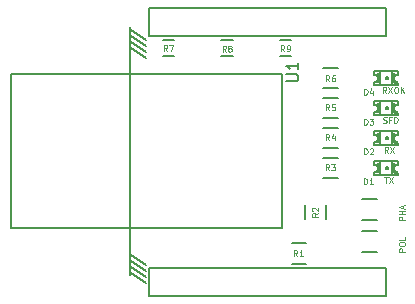
<source format=gbr>
G04 #@! TF.FileFunction,Legend,Top*
%FSLAX46Y46*%
G04 Gerber Fmt 4.6, Leading zero omitted, Abs format (unit mm)*
G04 Created by KiCad (PCBNEW (after 2015-may-25 BZR unknown)-product) date Thu 04 Jun 2015 12:18:02 PM PDT*
%MOMM*%
G01*
G04 APERTURE LIST*
%ADD10C,0.100000*%
%ADD11C,0.150000*%
G04 APERTURE END LIST*
D10*
X159512048Y-101580190D02*
X159797762Y-101580190D01*
X159654905Y-102080190D02*
X159654905Y-101580190D01*
X159916810Y-101580190D02*
X160250143Y-102080190D01*
X160250143Y-101580190D02*
X159916810Y-102080190D01*
X161262190Y-107910238D02*
X160762190Y-107910238D01*
X160762190Y-107719762D01*
X160786000Y-107672143D01*
X160809810Y-107648334D01*
X160857429Y-107624524D01*
X160928857Y-107624524D01*
X160976476Y-107648334D01*
X161000286Y-107672143D01*
X161024095Y-107719762D01*
X161024095Y-107910238D01*
X160762190Y-107315000D02*
X160762190Y-107219762D01*
X160786000Y-107172143D01*
X160833619Y-107124524D01*
X160928857Y-107100715D01*
X161095524Y-107100715D01*
X161190762Y-107124524D01*
X161238381Y-107172143D01*
X161262190Y-107219762D01*
X161262190Y-107315000D01*
X161238381Y-107362619D01*
X161190762Y-107410238D01*
X161095524Y-107434048D01*
X160928857Y-107434048D01*
X160833619Y-107410238D01*
X160786000Y-107362619D01*
X160762190Y-107315000D01*
X161262190Y-106648333D02*
X161262190Y-106886428D01*
X160762190Y-106886428D01*
X161262190Y-105255142D02*
X160762190Y-105255142D01*
X160762190Y-105064666D01*
X160786000Y-105017047D01*
X160809810Y-104993238D01*
X160857429Y-104969428D01*
X160928857Y-104969428D01*
X160976476Y-104993238D01*
X161000286Y-105017047D01*
X161024095Y-105064666D01*
X161024095Y-105255142D01*
X161262190Y-104755142D02*
X160762190Y-104755142D01*
X161000286Y-104755142D02*
X161000286Y-104469428D01*
X161262190Y-104469428D02*
X160762190Y-104469428D01*
X161119333Y-104255142D02*
X161119333Y-104017047D01*
X161262190Y-104302761D02*
X160762190Y-104136094D01*
X161262190Y-103969428D01*
X159678762Y-94460190D02*
X159512095Y-94222095D01*
X159393048Y-94460190D02*
X159393048Y-93960190D01*
X159583524Y-93960190D01*
X159631143Y-93984000D01*
X159654952Y-94007810D01*
X159678762Y-94055429D01*
X159678762Y-94126857D01*
X159654952Y-94174476D01*
X159631143Y-94198286D01*
X159583524Y-94222095D01*
X159393048Y-94222095D01*
X159845429Y-93960190D02*
X160178762Y-94460190D01*
X160178762Y-93960190D02*
X159845429Y-94460190D01*
X160464476Y-93960190D02*
X160559714Y-93960190D01*
X160607333Y-93984000D01*
X160654952Y-94031619D01*
X160678761Y-94126857D01*
X160678761Y-94293524D01*
X160654952Y-94388762D01*
X160607333Y-94436381D01*
X160559714Y-94460190D01*
X160464476Y-94460190D01*
X160416857Y-94436381D01*
X160369238Y-94388762D01*
X160345428Y-94293524D01*
X160345428Y-94126857D01*
X160369238Y-94031619D01*
X160416857Y-93984000D01*
X160464476Y-93960190D01*
X160893048Y-94460190D02*
X160893048Y-93960190D01*
X161178762Y-94460190D02*
X160964476Y-94174476D01*
X161178762Y-93960190D02*
X160893048Y-94245905D01*
X159412858Y-96976381D02*
X159484287Y-97000190D01*
X159603334Y-97000190D01*
X159650953Y-96976381D01*
X159674763Y-96952571D01*
X159698572Y-96904952D01*
X159698572Y-96857333D01*
X159674763Y-96809714D01*
X159650953Y-96785905D01*
X159603334Y-96762095D01*
X159508096Y-96738286D01*
X159460477Y-96714476D01*
X159436668Y-96690667D01*
X159412858Y-96643048D01*
X159412858Y-96595429D01*
X159436668Y-96547810D01*
X159460477Y-96524000D01*
X159508096Y-96500190D01*
X159627144Y-96500190D01*
X159698572Y-96524000D01*
X160079524Y-96738286D02*
X159912858Y-96738286D01*
X159912858Y-97000190D02*
X159912858Y-96500190D01*
X160150953Y-96500190D01*
X160341429Y-97000190D02*
X160341429Y-96500190D01*
X160460476Y-96500190D01*
X160531905Y-96524000D01*
X160579524Y-96571619D01*
X160603333Y-96619238D01*
X160627143Y-96714476D01*
X160627143Y-96785905D01*
X160603333Y-96881143D01*
X160579524Y-96928762D01*
X160531905Y-96976381D01*
X160460476Y-97000190D01*
X160341429Y-97000190D01*
X159809667Y-99540190D02*
X159643000Y-99302095D01*
X159523953Y-99540190D02*
X159523953Y-99040190D01*
X159714429Y-99040190D01*
X159762048Y-99064000D01*
X159785857Y-99087810D01*
X159809667Y-99135429D01*
X159809667Y-99206857D01*
X159785857Y-99254476D01*
X159762048Y-99278286D01*
X159714429Y-99302095D01*
X159523953Y-99302095D01*
X159976334Y-99040190D02*
X160309667Y-99540190D01*
X160309667Y-99040190D02*
X159976334Y-99540190D01*
D11*
X160136840Y-100538280D02*
X160136840Y-100213160D01*
X160136840Y-100213160D02*
X160637220Y-100213160D01*
X160637220Y-100538280D02*
X160637220Y-100213160D01*
X160136840Y-100538280D02*
X160637220Y-100538280D01*
X160136840Y-101160580D02*
X160136840Y-101010720D01*
X160136840Y-101010720D02*
X160388300Y-101010720D01*
X160388300Y-101160580D02*
X160388300Y-101010720D01*
X160136840Y-101160580D02*
X160388300Y-101160580D01*
X160136840Y-100665280D02*
X160136840Y-100515420D01*
X160136840Y-100515420D02*
X160388300Y-100515420D01*
X160388300Y-100665280D02*
X160388300Y-100515420D01*
X160136840Y-100665280D02*
X160388300Y-100665280D01*
X160136840Y-101036120D02*
X160136840Y-100639880D01*
X160136840Y-100639880D02*
X160312100Y-100639880D01*
X160312100Y-101036120D02*
X160312100Y-100639880D01*
X160136840Y-101036120D02*
X160312100Y-101036120D01*
X158640780Y-100538280D02*
X158640780Y-100213160D01*
X158640780Y-100213160D02*
X159141160Y-100213160D01*
X159141160Y-100538280D02*
X159141160Y-100213160D01*
X158640780Y-100538280D02*
X159141160Y-100538280D01*
X158640780Y-101462840D02*
X158640780Y-101137720D01*
X158640780Y-101137720D02*
X159141160Y-101137720D01*
X159141160Y-101462840D02*
X159141160Y-101137720D01*
X158640780Y-101462840D02*
X159141160Y-101462840D01*
X158889700Y-100665280D02*
X158889700Y-100515420D01*
X158889700Y-100515420D02*
X159141160Y-100515420D01*
X159141160Y-100665280D02*
X159141160Y-100515420D01*
X158889700Y-100665280D02*
X159141160Y-100665280D01*
X158889700Y-101160580D02*
X158889700Y-101010720D01*
X158889700Y-101010720D02*
X159141160Y-101010720D01*
X159141160Y-101160580D02*
X159141160Y-101010720D01*
X158889700Y-101160580D02*
X159141160Y-101160580D01*
X158965900Y-101036120D02*
X158965900Y-100639880D01*
X158965900Y-100639880D02*
X159141160Y-100639880D01*
X159141160Y-101036120D02*
X159141160Y-100639880D01*
X158965900Y-101036120D02*
X159141160Y-101036120D01*
X159639000Y-100937060D02*
X159639000Y-100738940D01*
X159639000Y-100738940D02*
X159837120Y-100738940D01*
X159837120Y-100937060D02*
X159837120Y-100738940D01*
X159639000Y-100937060D02*
X159837120Y-100937060D01*
X160136840Y-101437440D02*
X160136840Y-101137720D01*
X160136840Y-101137720D02*
X160436560Y-101137720D01*
X160436560Y-101437440D02*
X160436560Y-101137720D01*
X160136840Y-101437440D02*
X160436560Y-101437440D01*
X160563560Y-101462840D02*
X160563560Y-101236780D01*
X160563560Y-101236780D02*
X160637220Y-101236780D01*
X160637220Y-101462840D02*
X160637220Y-101236780D01*
X160563560Y-101462840D02*
X160637220Y-101462840D01*
X160162240Y-100263960D02*
X159115760Y-100263960D01*
X159141160Y-101412040D02*
X160563560Y-101412040D01*
X160559202Y-101287580D02*
G75*
G03X160559202Y-101287580I-71842J0D01*
G01*
X160637220Y-101185980D02*
G75*
G02X160637220Y-100490020I0J347980D01*
G01*
X158640780Y-100490020D02*
G75*
G02X158640780Y-101185980I0J-347980D01*
G01*
X160136840Y-97998280D02*
X160136840Y-97673160D01*
X160136840Y-97673160D02*
X160637220Y-97673160D01*
X160637220Y-97998280D02*
X160637220Y-97673160D01*
X160136840Y-97998280D02*
X160637220Y-97998280D01*
X160136840Y-98620580D02*
X160136840Y-98470720D01*
X160136840Y-98470720D02*
X160388300Y-98470720D01*
X160388300Y-98620580D02*
X160388300Y-98470720D01*
X160136840Y-98620580D02*
X160388300Y-98620580D01*
X160136840Y-98125280D02*
X160136840Y-97975420D01*
X160136840Y-97975420D02*
X160388300Y-97975420D01*
X160388300Y-98125280D02*
X160388300Y-97975420D01*
X160136840Y-98125280D02*
X160388300Y-98125280D01*
X160136840Y-98496120D02*
X160136840Y-98099880D01*
X160136840Y-98099880D02*
X160312100Y-98099880D01*
X160312100Y-98496120D02*
X160312100Y-98099880D01*
X160136840Y-98496120D02*
X160312100Y-98496120D01*
X158640780Y-97998280D02*
X158640780Y-97673160D01*
X158640780Y-97673160D02*
X159141160Y-97673160D01*
X159141160Y-97998280D02*
X159141160Y-97673160D01*
X158640780Y-97998280D02*
X159141160Y-97998280D01*
X158640780Y-98922840D02*
X158640780Y-98597720D01*
X158640780Y-98597720D02*
X159141160Y-98597720D01*
X159141160Y-98922840D02*
X159141160Y-98597720D01*
X158640780Y-98922840D02*
X159141160Y-98922840D01*
X158889700Y-98125280D02*
X158889700Y-97975420D01*
X158889700Y-97975420D02*
X159141160Y-97975420D01*
X159141160Y-98125280D02*
X159141160Y-97975420D01*
X158889700Y-98125280D02*
X159141160Y-98125280D01*
X158889700Y-98620580D02*
X158889700Y-98470720D01*
X158889700Y-98470720D02*
X159141160Y-98470720D01*
X159141160Y-98620580D02*
X159141160Y-98470720D01*
X158889700Y-98620580D02*
X159141160Y-98620580D01*
X158965900Y-98496120D02*
X158965900Y-98099880D01*
X158965900Y-98099880D02*
X159141160Y-98099880D01*
X159141160Y-98496120D02*
X159141160Y-98099880D01*
X158965900Y-98496120D02*
X159141160Y-98496120D01*
X159639000Y-98397060D02*
X159639000Y-98198940D01*
X159639000Y-98198940D02*
X159837120Y-98198940D01*
X159837120Y-98397060D02*
X159837120Y-98198940D01*
X159639000Y-98397060D02*
X159837120Y-98397060D01*
X160136840Y-98897440D02*
X160136840Y-98597720D01*
X160136840Y-98597720D02*
X160436560Y-98597720D01*
X160436560Y-98897440D02*
X160436560Y-98597720D01*
X160136840Y-98897440D02*
X160436560Y-98897440D01*
X160563560Y-98922840D02*
X160563560Y-98696780D01*
X160563560Y-98696780D02*
X160637220Y-98696780D01*
X160637220Y-98922840D02*
X160637220Y-98696780D01*
X160563560Y-98922840D02*
X160637220Y-98922840D01*
X160162240Y-97723960D02*
X159115760Y-97723960D01*
X159141160Y-98872040D02*
X160563560Y-98872040D01*
X160559202Y-98747580D02*
G75*
G03X160559202Y-98747580I-71842J0D01*
G01*
X160637220Y-98645980D02*
G75*
G02X160637220Y-97950020I0J347980D01*
G01*
X158640780Y-97950020D02*
G75*
G02X158640780Y-98645980I0J-347980D01*
G01*
X160136840Y-95458280D02*
X160136840Y-95133160D01*
X160136840Y-95133160D02*
X160637220Y-95133160D01*
X160637220Y-95458280D02*
X160637220Y-95133160D01*
X160136840Y-95458280D02*
X160637220Y-95458280D01*
X160136840Y-96080580D02*
X160136840Y-95930720D01*
X160136840Y-95930720D02*
X160388300Y-95930720D01*
X160388300Y-96080580D02*
X160388300Y-95930720D01*
X160136840Y-96080580D02*
X160388300Y-96080580D01*
X160136840Y-95585280D02*
X160136840Y-95435420D01*
X160136840Y-95435420D02*
X160388300Y-95435420D01*
X160388300Y-95585280D02*
X160388300Y-95435420D01*
X160136840Y-95585280D02*
X160388300Y-95585280D01*
X160136840Y-95956120D02*
X160136840Y-95559880D01*
X160136840Y-95559880D02*
X160312100Y-95559880D01*
X160312100Y-95956120D02*
X160312100Y-95559880D01*
X160136840Y-95956120D02*
X160312100Y-95956120D01*
X158640780Y-95458280D02*
X158640780Y-95133160D01*
X158640780Y-95133160D02*
X159141160Y-95133160D01*
X159141160Y-95458280D02*
X159141160Y-95133160D01*
X158640780Y-95458280D02*
X159141160Y-95458280D01*
X158640780Y-96382840D02*
X158640780Y-96057720D01*
X158640780Y-96057720D02*
X159141160Y-96057720D01*
X159141160Y-96382840D02*
X159141160Y-96057720D01*
X158640780Y-96382840D02*
X159141160Y-96382840D01*
X158889700Y-95585280D02*
X158889700Y-95435420D01*
X158889700Y-95435420D02*
X159141160Y-95435420D01*
X159141160Y-95585280D02*
X159141160Y-95435420D01*
X158889700Y-95585280D02*
X159141160Y-95585280D01*
X158889700Y-96080580D02*
X158889700Y-95930720D01*
X158889700Y-95930720D02*
X159141160Y-95930720D01*
X159141160Y-96080580D02*
X159141160Y-95930720D01*
X158889700Y-96080580D02*
X159141160Y-96080580D01*
X158965900Y-95956120D02*
X158965900Y-95559880D01*
X158965900Y-95559880D02*
X159141160Y-95559880D01*
X159141160Y-95956120D02*
X159141160Y-95559880D01*
X158965900Y-95956120D02*
X159141160Y-95956120D01*
X159639000Y-95857060D02*
X159639000Y-95658940D01*
X159639000Y-95658940D02*
X159837120Y-95658940D01*
X159837120Y-95857060D02*
X159837120Y-95658940D01*
X159639000Y-95857060D02*
X159837120Y-95857060D01*
X160136840Y-96357440D02*
X160136840Y-96057720D01*
X160136840Y-96057720D02*
X160436560Y-96057720D01*
X160436560Y-96357440D02*
X160436560Y-96057720D01*
X160136840Y-96357440D02*
X160436560Y-96357440D01*
X160563560Y-96382840D02*
X160563560Y-96156780D01*
X160563560Y-96156780D02*
X160637220Y-96156780D01*
X160637220Y-96382840D02*
X160637220Y-96156780D01*
X160563560Y-96382840D02*
X160637220Y-96382840D01*
X160162240Y-95183960D02*
X159115760Y-95183960D01*
X159141160Y-96332040D02*
X160563560Y-96332040D01*
X160559202Y-96207580D02*
G75*
G03X160559202Y-96207580I-71842J0D01*
G01*
X160637220Y-96105980D02*
G75*
G02X160637220Y-95410020I0J347980D01*
G01*
X158640780Y-95410020D02*
G75*
G02X158640780Y-96105980I0J-347980D01*
G01*
X160136840Y-92918280D02*
X160136840Y-92593160D01*
X160136840Y-92593160D02*
X160637220Y-92593160D01*
X160637220Y-92918280D02*
X160637220Y-92593160D01*
X160136840Y-92918280D02*
X160637220Y-92918280D01*
X160136840Y-93540580D02*
X160136840Y-93390720D01*
X160136840Y-93390720D02*
X160388300Y-93390720D01*
X160388300Y-93540580D02*
X160388300Y-93390720D01*
X160136840Y-93540580D02*
X160388300Y-93540580D01*
X160136840Y-93045280D02*
X160136840Y-92895420D01*
X160136840Y-92895420D02*
X160388300Y-92895420D01*
X160388300Y-93045280D02*
X160388300Y-92895420D01*
X160136840Y-93045280D02*
X160388300Y-93045280D01*
X160136840Y-93416120D02*
X160136840Y-93019880D01*
X160136840Y-93019880D02*
X160312100Y-93019880D01*
X160312100Y-93416120D02*
X160312100Y-93019880D01*
X160136840Y-93416120D02*
X160312100Y-93416120D01*
X158640780Y-92918280D02*
X158640780Y-92593160D01*
X158640780Y-92593160D02*
X159141160Y-92593160D01*
X159141160Y-92918280D02*
X159141160Y-92593160D01*
X158640780Y-92918280D02*
X159141160Y-92918280D01*
X158640780Y-93842840D02*
X158640780Y-93517720D01*
X158640780Y-93517720D02*
X159141160Y-93517720D01*
X159141160Y-93842840D02*
X159141160Y-93517720D01*
X158640780Y-93842840D02*
X159141160Y-93842840D01*
X158889700Y-93045280D02*
X158889700Y-92895420D01*
X158889700Y-92895420D02*
X159141160Y-92895420D01*
X159141160Y-93045280D02*
X159141160Y-92895420D01*
X158889700Y-93045280D02*
X159141160Y-93045280D01*
X158889700Y-93540580D02*
X158889700Y-93390720D01*
X158889700Y-93390720D02*
X159141160Y-93390720D01*
X159141160Y-93540580D02*
X159141160Y-93390720D01*
X158889700Y-93540580D02*
X159141160Y-93540580D01*
X158965900Y-93416120D02*
X158965900Y-93019880D01*
X158965900Y-93019880D02*
X159141160Y-93019880D01*
X159141160Y-93416120D02*
X159141160Y-93019880D01*
X158965900Y-93416120D02*
X159141160Y-93416120D01*
X159639000Y-93317060D02*
X159639000Y-93118940D01*
X159639000Y-93118940D02*
X159837120Y-93118940D01*
X159837120Y-93317060D02*
X159837120Y-93118940D01*
X159639000Y-93317060D02*
X159837120Y-93317060D01*
X160136840Y-93817440D02*
X160136840Y-93517720D01*
X160136840Y-93517720D02*
X160436560Y-93517720D01*
X160436560Y-93817440D02*
X160436560Y-93517720D01*
X160136840Y-93817440D02*
X160436560Y-93817440D01*
X160563560Y-93842840D02*
X160563560Y-93616780D01*
X160563560Y-93616780D02*
X160637220Y-93616780D01*
X160637220Y-93842840D02*
X160637220Y-93616780D01*
X160563560Y-93842840D02*
X160637220Y-93842840D01*
X160162240Y-92643960D02*
X159115760Y-92643960D01*
X159141160Y-93792040D02*
X160563560Y-93792040D01*
X160559202Y-93667580D02*
G75*
G03X160559202Y-93667580I-71842J0D01*
G01*
X160637220Y-93565980D02*
G75*
G02X160637220Y-92870020I0J347980D01*
G01*
X158640780Y-92870020D02*
G75*
G02X158640780Y-93565980I0J-347980D01*
G01*
X139609500Y-111653500D02*
X139609500Y-109253500D01*
X139609500Y-111653500D02*
X159609500Y-111653500D01*
X159609500Y-111653500D02*
X159609500Y-109253500D01*
X159609500Y-109253500D02*
X139609500Y-109253500D01*
X139609500Y-89653500D02*
X139609500Y-87253500D01*
X139609500Y-89653500D02*
X159609500Y-89653500D01*
X159609500Y-89653500D02*
X159609500Y-87253500D01*
X159609500Y-87253500D02*
X139609500Y-87253500D01*
X151673000Y-107202000D02*
X152873000Y-107202000D01*
X152873000Y-108952000D02*
X151673000Y-108952000D01*
X152795000Y-105121000D02*
X152795000Y-103921000D01*
X154545000Y-103921000D02*
X154545000Y-105121000D01*
X154340000Y-99963000D02*
X155540000Y-99963000D01*
X155540000Y-101713000D02*
X154340000Y-101713000D01*
X154340000Y-97423000D02*
X155540000Y-97423000D01*
X155540000Y-99173000D02*
X154340000Y-99173000D01*
X154340000Y-94883000D02*
X155540000Y-94883000D01*
X155540000Y-96633000D02*
X154340000Y-96633000D01*
X154340000Y-92343000D02*
X155540000Y-92343000D01*
X155540000Y-94093000D02*
X154340000Y-94093000D01*
X141724000Y-91353000D02*
X140724000Y-91353000D01*
X140724000Y-90003000D02*
X141724000Y-90003000D01*
X146677000Y-91353000D02*
X145677000Y-91353000D01*
X145677000Y-90003000D02*
X146677000Y-90003000D01*
X151630000Y-91353000D02*
X150630000Y-91353000D01*
X150630000Y-90003000D02*
X151630000Y-90003000D01*
X138049000Y-90665000D02*
X139319000Y-91554000D01*
X138049000Y-90157000D02*
X139319000Y-91046000D01*
X138049000Y-89649000D02*
X139319000Y-90538000D01*
X138049000Y-89141000D02*
X139319000Y-90030000D01*
X138049000Y-108191000D02*
X139319000Y-109080000D01*
X138049000Y-108699000D02*
X139319000Y-109588000D01*
X138049000Y-109207000D02*
X139319000Y-110096000D01*
X138049000Y-109715000D02*
X139319000Y-110604000D01*
X137951000Y-109905000D02*
X137951000Y-88905000D01*
X150876000Y-105905000D02*
X127876000Y-105905000D01*
X127876000Y-105905000D02*
X127876000Y-92905000D01*
X127876000Y-92905000D02*
X150876000Y-92905000D01*
X150876000Y-92905000D02*
X150876000Y-105905000D01*
X157642000Y-106186000D02*
X158842000Y-106186000D01*
X158842000Y-107936000D02*
X157642000Y-107936000D01*
X157642000Y-103468200D02*
X158842000Y-103468200D01*
X158842000Y-105218200D02*
X157642000Y-105218200D01*
D10*
X157771353Y-102207190D02*
X157771353Y-101707190D01*
X157890400Y-101707190D01*
X157961829Y-101731000D01*
X158009448Y-101778619D01*
X158033257Y-101826238D01*
X158057067Y-101921476D01*
X158057067Y-101992905D01*
X158033257Y-102088143D01*
X158009448Y-102135762D01*
X157961829Y-102183381D01*
X157890400Y-102207190D01*
X157771353Y-102207190D01*
X158533257Y-102207190D02*
X158247543Y-102207190D01*
X158390400Y-102207190D02*
X158390400Y-101707190D01*
X158342781Y-101778619D01*
X158295162Y-101826238D01*
X158247543Y-101850048D01*
X157796753Y-99667190D02*
X157796753Y-99167190D01*
X157915800Y-99167190D01*
X157987229Y-99191000D01*
X158034848Y-99238619D01*
X158058657Y-99286238D01*
X158082467Y-99381476D01*
X158082467Y-99452905D01*
X158058657Y-99548143D01*
X158034848Y-99595762D01*
X157987229Y-99643381D01*
X157915800Y-99667190D01*
X157796753Y-99667190D01*
X158272943Y-99214810D02*
X158296753Y-99191000D01*
X158344372Y-99167190D01*
X158463419Y-99167190D01*
X158511038Y-99191000D01*
X158534848Y-99214810D01*
X158558657Y-99262429D01*
X158558657Y-99310048D01*
X158534848Y-99381476D01*
X158249134Y-99667190D01*
X158558657Y-99667190D01*
X157796753Y-97152590D02*
X157796753Y-96652590D01*
X157915800Y-96652590D01*
X157987229Y-96676400D01*
X158034848Y-96724019D01*
X158058657Y-96771638D01*
X158082467Y-96866876D01*
X158082467Y-96938305D01*
X158058657Y-97033543D01*
X158034848Y-97081162D01*
X157987229Y-97128781D01*
X157915800Y-97152590D01*
X157796753Y-97152590D01*
X158249134Y-96652590D02*
X158558657Y-96652590D01*
X158391991Y-96843067D01*
X158463419Y-96843067D01*
X158511038Y-96866876D01*
X158534848Y-96890686D01*
X158558657Y-96938305D01*
X158558657Y-97057352D01*
X158534848Y-97104971D01*
X158511038Y-97128781D01*
X158463419Y-97152590D01*
X158320562Y-97152590D01*
X158272943Y-97128781D01*
X158249134Y-97104971D01*
X157796753Y-94612590D02*
X157796753Y-94112590D01*
X157915800Y-94112590D01*
X157987229Y-94136400D01*
X158034848Y-94184019D01*
X158058657Y-94231638D01*
X158082467Y-94326876D01*
X158082467Y-94398305D01*
X158058657Y-94493543D01*
X158034848Y-94541162D01*
X157987229Y-94588781D01*
X157915800Y-94612590D01*
X157796753Y-94612590D01*
X158511038Y-94279257D02*
X158511038Y-94612590D01*
X158391991Y-94088781D02*
X158272943Y-94445924D01*
X158582467Y-94445924D01*
X152138867Y-108303190D02*
X151972200Y-108065095D01*
X151853153Y-108303190D02*
X151853153Y-107803190D01*
X152043629Y-107803190D01*
X152091248Y-107827000D01*
X152115057Y-107850810D01*
X152138867Y-107898429D01*
X152138867Y-107969857D01*
X152115057Y-108017476D01*
X152091248Y-108041286D01*
X152043629Y-108065095D01*
X151853153Y-108065095D01*
X152615057Y-108303190D02*
X152329343Y-108303190D01*
X152472200Y-108303190D02*
X152472200Y-107803190D01*
X152424581Y-107874619D01*
X152376962Y-107922238D01*
X152329343Y-107946048D01*
X153896190Y-104655133D02*
X153658095Y-104821800D01*
X153896190Y-104940847D02*
X153396190Y-104940847D01*
X153396190Y-104750371D01*
X153420000Y-104702752D01*
X153443810Y-104678943D01*
X153491429Y-104655133D01*
X153562857Y-104655133D01*
X153610476Y-104678943D01*
X153634286Y-104702752D01*
X153658095Y-104750371D01*
X153658095Y-104940847D01*
X153443810Y-104464657D02*
X153420000Y-104440847D01*
X153396190Y-104393228D01*
X153396190Y-104274181D01*
X153420000Y-104226562D01*
X153443810Y-104202752D01*
X153491429Y-104178943D01*
X153539048Y-104178943D01*
X153610476Y-104202752D01*
X153896190Y-104488466D01*
X153896190Y-104178943D01*
X154856667Y-101013390D02*
X154690000Y-100775295D01*
X154570953Y-101013390D02*
X154570953Y-100513390D01*
X154761429Y-100513390D01*
X154809048Y-100537200D01*
X154832857Y-100561010D01*
X154856667Y-100608629D01*
X154856667Y-100680057D01*
X154832857Y-100727676D01*
X154809048Y-100751486D01*
X154761429Y-100775295D01*
X154570953Y-100775295D01*
X155023334Y-100513390D02*
X155332857Y-100513390D01*
X155166191Y-100703867D01*
X155237619Y-100703867D01*
X155285238Y-100727676D01*
X155309048Y-100751486D01*
X155332857Y-100799105D01*
X155332857Y-100918152D01*
X155309048Y-100965771D01*
X155285238Y-100989581D01*
X155237619Y-101013390D01*
X155094762Y-101013390D01*
X155047143Y-100989581D01*
X155023334Y-100965771D01*
X154856667Y-98473390D02*
X154690000Y-98235295D01*
X154570953Y-98473390D02*
X154570953Y-97973390D01*
X154761429Y-97973390D01*
X154809048Y-97997200D01*
X154832857Y-98021010D01*
X154856667Y-98068629D01*
X154856667Y-98140057D01*
X154832857Y-98187676D01*
X154809048Y-98211486D01*
X154761429Y-98235295D01*
X154570953Y-98235295D01*
X155285238Y-98140057D02*
X155285238Y-98473390D01*
X155166191Y-97949581D02*
X155047143Y-98306724D01*
X155356667Y-98306724D01*
X154856667Y-95933390D02*
X154690000Y-95695295D01*
X154570953Y-95933390D02*
X154570953Y-95433390D01*
X154761429Y-95433390D01*
X154809048Y-95457200D01*
X154832857Y-95481010D01*
X154856667Y-95528629D01*
X154856667Y-95600057D01*
X154832857Y-95647676D01*
X154809048Y-95671486D01*
X154761429Y-95695295D01*
X154570953Y-95695295D01*
X155309048Y-95433390D02*
X155070953Y-95433390D01*
X155047143Y-95671486D01*
X155070953Y-95647676D01*
X155118572Y-95623867D01*
X155237619Y-95623867D01*
X155285238Y-95647676D01*
X155309048Y-95671486D01*
X155332857Y-95719105D01*
X155332857Y-95838152D01*
X155309048Y-95885771D01*
X155285238Y-95909581D01*
X155237619Y-95933390D01*
X155118572Y-95933390D01*
X155070953Y-95909581D01*
X155047143Y-95885771D01*
X154856667Y-93494990D02*
X154690000Y-93256895D01*
X154570953Y-93494990D02*
X154570953Y-92994990D01*
X154761429Y-92994990D01*
X154809048Y-93018800D01*
X154832857Y-93042610D01*
X154856667Y-93090229D01*
X154856667Y-93161657D01*
X154832857Y-93209276D01*
X154809048Y-93233086D01*
X154761429Y-93256895D01*
X154570953Y-93256895D01*
X155285238Y-92994990D02*
X155190000Y-92994990D01*
X155142381Y-93018800D01*
X155118572Y-93042610D01*
X155070953Y-93114038D01*
X155047143Y-93209276D01*
X155047143Y-93399752D01*
X155070953Y-93447371D01*
X155094762Y-93471181D01*
X155142381Y-93494990D01*
X155237619Y-93494990D01*
X155285238Y-93471181D01*
X155309048Y-93447371D01*
X155332857Y-93399752D01*
X155332857Y-93280705D01*
X155309048Y-93233086D01*
X155285238Y-93209276D01*
X155237619Y-93185467D01*
X155142381Y-93185467D01*
X155094762Y-93209276D01*
X155070953Y-93233086D01*
X155047143Y-93280705D01*
X141140667Y-90904190D02*
X140974000Y-90666095D01*
X140854953Y-90904190D02*
X140854953Y-90404190D01*
X141045429Y-90404190D01*
X141093048Y-90428000D01*
X141116857Y-90451810D01*
X141140667Y-90499429D01*
X141140667Y-90570857D01*
X141116857Y-90618476D01*
X141093048Y-90642286D01*
X141045429Y-90666095D01*
X140854953Y-90666095D01*
X141307334Y-90404190D02*
X141640667Y-90404190D01*
X141426381Y-90904190D01*
X146093667Y-90980390D02*
X145927000Y-90742295D01*
X145807953Y-90980390D02*
X145807953Y-90480390D01*
X145998429Y-90480390D01*
X146046048Y-90504200D01*
X146069857Y-90528010D01*
X146093667Y-90575629D01*
X146093667Y-90647057D01*
X146069857Y-90694676D01*
X146046048Y-90718486D01*
X145998429Y-90742295D01*
X145807953Y-90742295D01*
X146379381Y-90694676D02*
X146331762Y-90670867D01*
X146307953Y-90647057D01*
X146284143Y-90599438D01*
X146284143Y-90575629D01*
X146307953Y-90528010D01*
X146331762Y-90504200D01*
X146379381Y-90480390D01*
X146474619Y-90480390D01*
X146522238Y-90504200D01*
X146546048Y-90528010D01*
X146569857Y-90575629D01*
X146569857Y-90599438D01*
X146546048Y-90647057D01*
X146522238Y-90670867D01*
X146474619Y-90694676D01*
X146379381Y-90694676D01*
X146331762Y-90718486D01*
X146307953Y-90742295D01*
X146284143Y-90789914D01*
X146284143Y-90885152D01*
X146307953Y-90932771D01*
X146331762Y-90956581D01*
X146379381Y-90980390D01*
X146474619Y-90980390D01*
X146522238Y-90956581D01*
X146546048Y-90932771D01*
X146569857Y-90885152D01*
X146569857Y-90789914D01*
X146546048Y-90742295D01*
X146522238Y-90718486D01*
X146474619Y-90694676D01*
X151046667Y-90954990D02*
X150880000Y-90716895D01*
X150760953Y-90954990D02*
X150760953Y-90454990D01*
X150951429Y-90454990D01*
X150999048Y-90478800D01*
X151022857Y-90502610D01*
X151046667Y-90550229D01*
X151046667Y-90621657D01*
X151022857Y-90669276D01*
X150999048Y-90693086D01*
X150951429Y-90716895D01*
X150760953Y-90716895D01*
X151284762Y-90954990D02*
X151380000Y-90954990D01*
X151427619Y-90931181D01*
X151451429Y-90907371D01*
X151499048Y-90835943D01*
X151522857Y-90740705D01*
X151522857Y-90550229D01*
X151499048Y-90502610D01*
X151475238Y-90478800D01*
X151427619Y-90454990D01*
X151332381Y-90454990D01*
X151284762Y-90478800D01*
X151260953Y-90502610D01*
X151237143Y-90550229D01*
X151237143Y-90669276D01*
X151260953Y-90716895D01*
X151284762Y-90740705D01*
X151332381Y-90764514D01*
X151427619Y-90764514D01*
X151475238Y-90740705D01*
X151499048Y-90716895D01*
X151522857Y-90669276D01*
D11*
X151217381Y-93471905D02*
X152026905Y-93471905D01*
X152122143Y-93424286D01*
X152169762Y-93376667D01*
X152217381Y-93281429D01*
X152217381Y-93090952D01*
X152169762Y-92995714D01*
X152122143Y-92948095D01*
X152026905Y-92900476D01*
X151217381Y-92900476D01*
X152217381Y-91900476D02*
X152217381Y-92471905D01*
X152217381Y-92186191D02*
X151217381Y-92186191D01*
X151360238Y-92281429D01*
X151455476Y-92376667D01*
X151503095Y-92471905D01*
M02*

</source>
